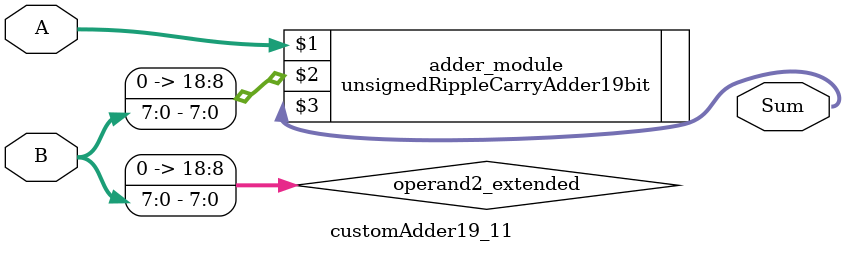
<source format=v>

module customAdder19_11(
                    input [18 : 0] A,
                    input [7 : 0] B,
                    
                    output [19 : 0] Sum
            );

    wire [18 : 0] operand2_extended;
    
    assign operand2_extended =  {11'b0, B};
    
    unsignedRippleCarryAdder19bit adder_module(
        A,
        operand2_extended,
        Sum
    );
    
endmodule
        
</source>
